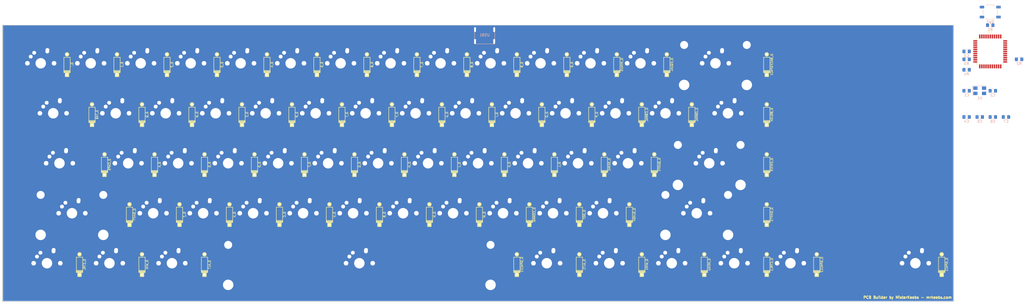
<source format=kicad_pcb>
(kicad_pcb (version 20221018) (generator pcbnew)
  (layers (0 "F.Cu" signal) (31 "B.Cu" signal) (34 "B.Paste" user) (35 "F.Paste" user) (36 "B.SilkS" user "B.Silkscreen") (37 "F.SilkS" user "F.Silkscreen") (38 "B.Mask" user) (39 "F.Mask" user) (44 "Edge.Cuts" user))
  (net 0 "")
  (net 1 "GND")
  (net 2 "VCC")
  (net 3 "/col0")
  (net 4 "/col1")
  (net 5 "/col2")
  (net 6 "/col3")
  (net 7 "/col4")
  (net 8 "/col5")
  (net 9 "/col6")
  (net 10 "/col7")
  (net 11 "/col8")
  (net 12 "/col9")
  (net 13 "/col10")
  (net 14 "/col11")
  (net 15 "/col12")
  (net 16 "/col13")
  (net 17 "/row0")
  (net 18 "/row1")
  (net 19 "/row2")
  (net 20 "/row3")
  (net 21 "/row4")
  (net 22 "Net-(D_`-Pad2)")
  (net 23 "Net-(D_1-Pad2)")
  (net 24 "Net-(D_2-Pad2)")
  (net 25 "Net-(D_3-Pad2)")
  (net 26 "Net-(D_4-Pad2)")
  (net 27 "Net-(D_5-Pad2)")
  (net 28 "Net-(D_6-Pad2)")
  (net 29 "Net-(D_7-Pad2)")
  (net 30 "Net-(D_8-Pad2)")
  (net 31 "Net-(D_9-Pad2)")
  (net 32 "Net-(D_0-Pad2)")
  (net 33 "Net-(D_MINUS-Pad2)")
  (net 34 "Net-(D_EQUAL-Pad2)")
  (net 35 "Net-(D_BACKSPACE-Pad2)")
  (net 36 "Net-(D_TAB-Pad2)")
  (net 37 "Net-(D_Q-Pad2)")
  (net 38 "Net-(D_W-Pad2)")
  (net 39 "Net-(D_E-Pad2)")
  (net 40 "Net-(D_R-Pad2)")
  (net 41 "Net-(D_T-Pad2)")
  (net 42 "Net-(D_Y-Pad2)")
  (net 43 "Net-(D_U-Pad2)")
  (net 44 "Net-(D_I-Pad2)")
  (net 45 "Net-(D_O-Pad2)")
  (net 46 "Net-(D_P-Pad2)")
  (net 47 "Net-(D_CBRAC-Pad2)")
  (net 48 "Net-(D_OBRAC-Pad2)")
  (net 49 "Net-(D_BSLSH-Pad2)")
  (net 50 "Net-(D_CAPS-Pad2)")
  (net 51 "Net-(D_A-Pad2)")
  (net 52 "Net-(D_S-Pad2)")
  (net 53 "Net-(D_D-Pad2)")
  (net 54 "Net-(D_F-Pad2)")
  (net 55 "Net-(D_G-Pad2)")
  (net 56 "Net-(D_H-Pad2)")
  (net 57 "Net-(D_J-Pad2)")
  (net 58 "Net-(D_K-Pad2)")
  (net 59 "Net-(D_L-Pad2)")
  (net 60 "Net-(D_SEMIC-Pad2)")
  (net 61 "Net-(D_QUOTE-Pad2)")
  (net 62 "Net-(D_ENTER-Pad2)")
  (net 63 "Net-(D_SHIFT-Pad2)")
  (net 64 "Net-(D_Z-Pad2)")
  (net 65 "Net-(D_X-Pad2)")
  (net 66 "Net-(D_C-Pad2)")
  (net 67 "Net-(D_V-Pad2)")
  (net 68 "Net-(D_B-Pad2)")
  (net 69 "Net-(D_N-Pad2)")
  (net 70 "Net-(D_M-Pad2)")
  (net 71 "Net-(D_COMMA-Pad2)")
  (net 72 "Net-(D_DOT-Pad2)")
  (net 73 "Net-(D_SLASH-Pad2)")
  (net 74 "Net-(D_SHIFT1-Pad2)")
  (net 75 "Net-(D_SPACE-Pad2)")
  (net 76 "Net-(D_CTRL-Pad2)")
  (net 77 "Net-(D_WIN-Pad2)")
  (net 78 "Net-(D_ALT-Pad2)")
  (net 79 "Net-(D_SPACE1-Pad2)")
  (net 80 "Net-(D_ALT1-Pad2)")
  (net 81 "Net-(D_WIN1-Pad2)")
  (net 82 "Net-(D_MENU-Pad2)")
  (net 83 "Net-(D_CTRL1-Pad2)")
  (net 84 "Net-(D_SPACE2-Pad2)")
  (net 85 "Net-(C1-Pad1)")
  (net 86 "Net-(C2-Pad1)")
  (net 87 "Net-(R1-Pad1)")
  (net 88 "Net-(R2-Pad1)")
  (net 89 "Net-(R3-Pad1)")
  (net 90 "Net-(R4-Pad1)")
  (net 91 "Net-(USB1-Pad2)")
  (net 92 "Net-(USB1-Pad3)")
  (net 93 "Net-(USB1-Pad4)")
  (net 94 "Net-(C3-Pad1)")
  (net 95 "Net-(U1-Pad1)")
  (net 96 "Net-(U1-Pad7)")
  (net 97 "Net-(U1-Pad9)")
  (net 98 "Net-(U1-Pad10)")
  (net 99 "Net-(U1-Pad11)")
  (net 100 "Net-(U1-Pad26)")
  (net 101 "Net-(U1-Pad34)")
  (net 102 "Net-(U1-Pad36)")
  (net 103 "Net-(U1-Pad42)")
  (net 104 "Net-(U1-Pad43)")
  (net 105 "Net-(U1-Pad44)")
  (footprint "MX_Alps_Hybrid:MX-1U-NoLED" (layer "F.Cu") (at 119.0625 47.625)
    (fp_text reference "K_G")
    (fp_text value "KEYSW")
  )
  (footprint "keyboard_parts:D_SOD123_axial" (layer "F.Cu") (at 200.525 29.075 90)
    (fp_text reference "D_O")
    (fp_text value "D" hide)
  )
  (footprint "keyboard_parts:D_SOD123_axial" (layer "F.Cu") (at 195.7625 67.175 90)
    (fp_text reference "D_COMMA")
    (fp_text value "D" hide)
  )
  (footprint "MX_Alps_Hybrid:MX-1U-NoLED" (layer "F.Cu") (at 80.9625 47.625)
    (fp_text reference "K_D")
    (fp_text value "KEYSW")
  )
  (footprint "MX_Alps_Hybrid:MX-1U-NoLED" (layer "F.Cu") (at 152.4 28.575)
    (fp_text reference "K_U")
    (fp_text value "KEYSW")
  )
  (footprint "MX_Alps_Hybrid:MX-1U-NoLED" (layer "F.Cu") (at 66.675 9.525)
    (fp_text reference "K_3")
    (fp_text value "KEYSW")
  )
  (footprint "MX_Alps_Hybrid:MX-1U-NoLED" (layer "F.Cu") (at 180.975 9.525)
    (fp_text reference "K_9")
    (fp_text value "KEYSW")
  )
  (footprint "MX_Alps_Hybrid:MX-1U-NoLED" (layer "F.Cu") (at 176.2125 47.625)
    (fp_text reference "K_K")
    (fp_text value "KEYSW")
  )
  (footprint "MX_Alps_Hybrid:MX-1U-NoLED" (layer "F.Cu") (at 104.775 9.525)
    (fp_text reference "K_5")
    (fp_text value "KEYSW")
  )
  (footprint "keyboard_parts:D_SOD123_axial" (layer "F.Cu") (at 19.55 10.025 90)
    (fp_text reference "D_`")
    (fp_text value "D" hide)
  )
  (footprint "keyboard_parts:D_SOD123_axial" (layer "F.Cu") (at 186.2375 48.125 90)
    (fp_text reference "D_K")
    (fp_text value "D" hide)
  )
  (footprint "MX_Alps_Hybrid:MX-1.25U-NoLED" (layer "F.Cu") (at 11.90625 85.725)
    (fp_text reference "K_CTRL")
    (fp_text value "KEYSW")
  )
  (footprint "keyboard_parts:D_SOD123_axial" (layer "F.Cu") (at 167.1875 48.125 90)
    (fp_text reference "D_J")
    (fp_text value "D" hide)
  )
  (footprint "keyboard_parts:D_SOD123_axial" (layer "F.Cu") (at 105.275 29.075 90)
    (fp_text reference "D_R")
    (fp_text value "D" hide)
  )
  (footprint "keyboard_parts:D_SOD123_axial" (layer "F.Cu") (at 119.5625 67.175 90)
    (fp_text reference "D_V")
    (fp_text value "D" hide)
  )
  (footprint "keyboard_parts:D_SOD123_axial" (layer "F.Cu") (at 38.6 10.025 90)
    (fp_text reference "D_1")
    (fp_text value "D" hide)
  )
  (footprint "keyboard_parts:D_SOD123_axial" (layer "F.Cu") (at 191 86.225 90)
    (fp_text reference "D_SPACE1")
    (fp_text value "D" hide)
  )
  (footprint "MX_Alps_Hybrid:MX-1U-NoLED" (layer "F.Cu") (at 109.5375 66.675)
    (fp_text reference "K_V")
    (fp_text value "KEYSW")
  )
  (footprint "MX_Alps_Hybrid:MX-1U-NoLED" (layer "F.Cu") (at 61.9125 47.625)
    (fp_text reference "K_S")
    (fp_text value "KEYSW")
  )
  (footprint "MX_Alps_Hybrid:MX-1.25U-NoLED" (layer "F.Cu") (at 250.03125 85.725)
    (fp_text reference "K_MENU")
    (fp_text value "KEYSW")
  )
  (footprint "MX_Alps_Hybrid:MX-1.75U-NoLED" (layer "F.Cu") (at 16.66875 47.625)
    (fp_text reference "K_CAPS")
    (fp_text value "KEYSW")
  )
  (footprint "MX_Alps_Hybrid:MX-1.5U-NoLED" (layer "F.Cu") (at 14.2875 28.575)
    (fp_text reference "K_TAB")
    (fp_text value "KEYSW")
  )
  (footprint "keyboard_parts:D_SOD123_axial" (layer "F.Cu") (at 286.25 29.075 90)
    (fp_text reference "D_BSLSH")
    (fp_text value "D" hide)
  )
  (footprint "keyboard_parts:D_SOD123_axial" (layer "F.Cu") (at 233.8625 67.175 90)
    (fp_text reference "D_SLASH")
    (fp_text value "D" hide)
  )
  (footprint "keyboard_parts:D_SOD123_axial" (layer "F.Cu") (at 29.075 29.075 90)
    (fp_text reference "D_TAB")
    (fp_text value "D" hide)
  )
  (footprint "keyboard_parts:D_SOD123_axial" (layer "F.Cu") (at 124.325 29.075 90)
    (fp_text reference "D_T")
    (fp_text value "D" hide)
  )
  (footprint "keyboard_parts:D_SOD123_axial" (layer "F.Cu") (at 214.8125 67.175 90)
    (fp_text reference "D_DOT")
    (fp_text value "D" hide)
  )
  (footprint "MX_Alps_Hybrid:MX-1U-NoLED" (layer "F.Cu") (at 142.875 9.525)
    (fp_text reference "K_7")
    (fp_text value "KEYSW")
  )
  (footprint "keyboard_parts:D_SOD123_axial" (layer "F.Cu") (at 81.4625 67.175 90)
    (fp_text reference "D_X")
    (fp_text value "D" hide)
  )
  (footprint "MX_Alps_Hybrid:MX-1U-NoLED" (layer "F.Cu") (at 223.8375 66.675)
    (fp_text reference "K_SLASH")
    (fp_text value "KEYSW")
  )
  (footprint "MX_Alps_Hybrid:MX-1.25U-NoLED" (layer "F.Cu") (at 35.71875 85.725)
    (fp_text reference "K_WIN")
    (fp_text value "KEYSW")
  )
  (footprint "keyboard_parts:D_SOD123_axial" (layer "F.Cu") (at 286.25 48.125 90)
    (fp_text reference "D_ENTER")
    (fp_text value "D" hide)
  )
  (footprint "MX_Alps_Hybrid:MX-1U-NoLED" (layer "F.Cu") (at 114.3 28.575)
    (fp_text reference "K_T")
    (fp_text value "KEYSW")
  )
  (footprint "keyboard_parts:D_SOD123_axial" (layer "F.Cu") (at 181.475 29.075 90)
    (fp_text reference "D_I")
    (fp_text value "D" hide)
  )
  (footprint "MX_Alps_Hybrid:MX-1.25U-NoLED" (layer "F.Cu") (at 226.21875 85.725)
    (fp_text reference "K_WIN1")
    (fp_text value "KEYSW")
  )
  (footprint "keyboard_parts:D_SOD123_axial" (layer "F.Cu") (at 262.4375 86.225 90)
    (fp_text reference "D_MENU")
    (fp_text value "D" hide)
  )
  (footprint "keyboard_parts:D_SOD123_axial" (layer "F.Cu") (at 205.2875 48.125 90)
    (fp_text reference "D_L")
    (fp_text value "D" hide)
  )
  (footprint "MX_Alps_Hybrid:MX-1U-NoLED" (layer "F.Cu") (at 214.3125 47.625)
    (fp_text reference "K_SEMIC")
    (fp_text value "KEYSW")
  )
  (footprint "keyboard_parts:D_SOD123_axial" (layer "F.Cu") (at 62.4125 67.175 90)
    (fp_text reference "D_Z")
    (fp_text value "D" hide)
  )
  (footprint "keyboard_parts:D_SOD123_axial" (layer "F.Cu") (at 214.8125 86.225 90)
    (fp_text reference "D_ALT1")
    (fp_text value "D" hide)
  )
  (footprint "keyboard_parts:D_SOD123_axial" (layer "F.Cu") (at 138.6125 67.175 90)
    (fp_text reference "D_B")
    (fp_text value "D" hide)
  )
  (footprint "MX_Alps_Hybrid:MX-1.25U-NoLED" (layer "F.Cu") (at 273.84375 85.725)
    (fp_text reference "K_CTRL1")
    (fp_text value "KEYSW")
  )
  (footprint "MX_Alps_Hybrid:MX-2.25U-NoLED" (layer "F.Cu") (at 264.31875 47.625)
    (fp_text reference "K_ENTER")
    (fp_text value "KEYSW")
  )
  (footprint "MX_Alps_Hybrid:MX-1U-NoLED" (layer "F.Cu") (at 57.15 28.575)
    (fp_text reference "K_W")
    (fp_text value "KEYSW")
  )
  (footprint "MX_Alps_Hybrid:MX-1U-NoLED" (layer "F.Cu") (at 90.4875 66.675)
    (fp_text reference "K_C")
    (fp_text value "KEYSW")
  )
  (footprint "keyboard_parts:D_SOD123_axial" (layer "F.Cu") (at 238.625 86.225 90)
    (fp_text reference "D_WIN1")
    (fp_text value "D" hide)
  )
  (footprint "keyboard_parts:D_SOD123_axial" (layer "F.Cu") (at 129.0875 48.125 90)
    (fp_text reference "D_G")
    (fp_text value "D" hide)
  )
  (footprint "MX_Alps_Hybrid:MX-1U-NoLED" (layer "F.Cu") (at 76.2 28.575)
    (fp_text reference "K_E")
    (fp_text value "KEYSW")
  )
  (footprint "MX_Alps_Hybrid:MX-1U-NoLED" (layer "F.Cu") (at 195.2625 47.625)
    (fp_text reference "K_L")
    (fp_text value "KEYSW")
  )
  (footprint "MX_Alps_Hybrid:MX-2.75U-NoLED" (layer "F.Cu") (at 259.55625 66.675)
    (fp_text reference "K_SHIFT1")
    (fp_text value "KEYSW")
  )
  (footprint "MX_Alps_Hybrid:MX-1U-NoLED" (layer "F.Cu") (at 95.25 28.575)
    (fp_text reference "K_R")
    (fp_text value "KEYSW")
  )
  (footprint "MX_Alps_Hybrid:MX-1U-NoLED" (layer "F.Cu") (at 228.6 28.575)
    (fp_text reference "K_CBRAC")
    (fp_text value "KEYSW")
  )
  (footprint "keyboard_parts:D_SOD123_axial" (layer "F.Cu") (at 24.3125 86.225 90)
    (fp_text reference "D_CTRL")
    (fp_text value "D" hide)
  )
  (footprint "MX_Alps_Hybrid:MX-1U-NoLED" (layer "F.Cu") (at 238.125 9.525)
    (fp_text reference "K_EQUAL")
    (fp_text value "KEYSW")
  )
  (footprint "keyboard_parts:D_SOD123_axial" (layer "F.Cu") (at 243.3875 48.125 90)
    (fp_text reference "D_QUOTE")
    (fp_text value "D" hide)
  )
  (footprint "MX_Alps_Hybrid:MX-1U-NoLED" (layer "F.Cu") (at 123.825 9.525)
    (fp_text reference "K_6")
    (fp_text value "KEYSW")
  )
  (footprint "MX_Alps_Hybrid:MX-1U-NoLED" (layer "F.Cu") (at 157.1625 47.625)
    (fp_text reference "K_J")
    (fp_text value "KEYSW")
  )
  (footprint "keyboard_parts:D_SOD123_axial" (layer "F.Cu") (at 48.125 86.225 90)
    (fp_text reference "D_WIN")
    (fp_text value "D" hide)
  )
  (footprint "keyboard_parts:D_SOD123_axial" (layer "F.Cu") (at 71.9375 48.125 90)
    (fp_text reference "D_S")
    (fp_text value "D" hide)
  )
  (footprint "MX_Alps_Hybrid:MX-1U-NoLED" (layer "F.Cu") (at 71.4375 66.675)
    (fp_text reference "K_X")
    (fp_text value "KEYSW")
  )
  (footprint "keyboard_parts:D_SOD123_axial" (layer "F.Cu") (at 305.3 86.225 90)
    (fp_text reference "D_SPACE2")
    (fp_text value "D" hide)
  )
  (footprint "MX_Alps_Hybrid:MX-1U-NoLED" (layer "F.Cu") (at 128.5875 66.675)
    (fp_text reference "K_B")
    (fp_text value "KEYSW")
  )
  (footprint "MX_Alps_Hybrid:MX-1U-NoLED" (layer "F.Cu") (at 161.925 9.525)
    (fp_text reference "K_8")
    (fp_text value "KEYSW")
  )
  (footprint "MX_Alps_Hybrid:MX-1U-NoLED" (layer "F.Cu") (at 247.65 28.575)
    (fp_text reference "K_OBRAC")
    (fp_text value "KEYSW")
  )
  (footprint "MX_Alps_Hybrid:MX-1U-NoLED" (layer "F.Cu") (at 190.5 28.575)
    (fp_text reference "K_O")
    (fp_text value "KEYSW")
  )
  (footprint "keyboard_parts:D_SOD123_axial" (layer "F.Cu") (at 238.625 29.075 90)
    (fp_text reference "D_CBRAC")
    (fp_text value "D" hide)
  )
  (footprint "MX_Alps_Hybrid:MX-1U-NoLED" (layer "F.Cu") (at 200.025 9.525)
    (fp_text reference "K_0")
    (fp_text value "KEYSW")
  )
  (footprint "keyboard_parts:D_SOD123_axial" (layer "F.Cu") (at 257.675 29.075 90)
    (fp_text reference "D_OBRAC")
    (fp_text value "D" hide)
  )
  (footprint "MX_Alps_Hybrid:MX-1U-NoLED" (layer "F.Cu") (at 100.0125 47.625)
    (fp_text reference "K_F")
    (fp_text value "KEYSW")
  )
  (footprint "keyboard_parts:D_SOD123_axial" (layer "F.Cu") (at 76.7 10.025 90)
    (fp_text reference "D_3")
    (fp_text value "D" hide)
  )
  (footprint "keyboard_parts:D_SOD123_axial" (layer "F.Cu") (at 52.8875 48.125 90)
    (fp_text reference "D_A")
    (fp_text value "D" hide)
  )
  (footprint "MX_Alps_Hybrid:MX-1U-NoLED" (layer "F.Cu") (at 219.075 9.525)
    (fp_text reference "K_MINUS")
    (fp_text value "KEYSW")
  )
  (footprint "keyboard_parts:D_SOD123_axial" (layer "F.Cu") (at 57.65 10.025 90)
    (fp_text reference "D_2")
    (fp_text value "D" hide)
  )
  (footprint "MX_Alps_Hybrid:MX-1U-NoLED" (layer "F.Cu") (at 204.7875 66.675)
    (fp_text reference "K_DOT")
    (fp_text value "KEYSW")
  )
  (footprint "MX_Alps_Hybrid:MX-1U-NoLED" (layer "F.Cu") (at 42.8625 47.625)
    (fp_text reference "K_A")
    (fp_text value "KEYSW")
  )
  (footprint "keyboard_parts:D_SOD123_axial" (layer "F.Cu") (at 210.05 10.025 90)
    (fp_text reference "D_0")
    (fp_text value "D" hide)
  )
  (footprint "Package_QFP:TQFP-44_10x10mm_P0.8mm" (layer "F.Cu") (at 371.425 5)
    (fp_text reference "U1")
    (fp_text value "ATMEGA32U4")
  )
  (footprint "keyboard_parts:D_SOD123_axial" (layer "F.Cu") (at 67.175 29.075 90)
    (fp_text reference "D_W")
    (fp_text value "D" hide)
  )
  (footprint "MX_Alps_Hybrid:MX-2U-NoLED" (layer "F.Cu") (at 266.7 9.525)
    (fp_text reference "K_BACKSPACE")
    (fp_text value "KEYSW")
  )
  (footprint "MX_Alps_Hybrid:MX-1U-NoLED" (layer "F.Cu") (at 38.1 28.575)
    (fp_text reference "K_Q")
    (fp_text value "KEYSW")
  )
  (footprint "MX_Alps_Hybrid:MX-1U-NoLED" (layer "F.Cu") (at 166.6875 66.675)
    (fp_text reference "K_M")
    (fp_text value "KEYSW")
  )
  (footprint "MX_Alps_Hybrid:MX-6.25U-NoLED" (layer "F.Cu") (at 130.96875 85.725)
    (fp_text reference "K_SPACE1")
    (fp_text value "KEYSW")
  )
  (footprint "keyboard_parts:D_SOD123_axial" (layer "F.Cu") (at 71.9375 86.225 90)
    (fp_text reference "D_ALT")
    (fp_text value "D" hide)
  )
  (footprint "keyboard_parts:D_SOD123_axial" (layer "F.Cu") (at 33.8375 48.125 90)
    (fp_text reference "D_CAPS")
    (fp_text value "D" hide)
  )
  (footprint "keyboard_parts:D_SOD123_axial" (layer "F.Cu") (at 90.9875 48.125 90)
    (fp_text reference "D_D")
    (fp_text value "D" hide)
  )
  (footprint "keyboard_parts:D_SOD123_axial" (layer "F.Cu") (at 171.95 10.025 90)
    (fp_text reference "D_8")
    (fp_text value "D" hide)
  )
  (footprint "keyboard_parts:D_SOD123_axial" (layer "F.Cu") (at 48.125 29.075 90)
    (fp_text reference "D_Q")
    (fp_text value "D" hide)
  )
  (footprint "MX_Alps_Hybrid:MX-1U-NoLED" (layer "F.Cu") (at 209.55 28.575)
    (fp_text reference "K_P")
    (fp_text value "KEYSW")
  )
  (footprint "keyboard_parts:D_SOD123_axial" (layer "F.Cu") (at 133.85 10.025 90)
    (fp_text reference "D_6")
    (fp_text value "D" hide)
  )
  (footprint "MX_Alps_Hybrid:MX-1.5U-NoLED" (layer "F.Cu") (at 271.4625 28.575)
    (fp_text reference "K_BSLSH")
    (fp_text value "KEYSW")
  )
  (footprint "keyboard_parts:D_SOD123_axial" (layer "F.Cu") (at 229.1 10.025 90)
    (fp_text reference "D_MINUS")
    (fp_text value "D" hide)
  )
  (footprint "keyboard_parts:D_SOD123_axial" (layer "F.Cu") (at 191 10.025 90)
    (fp_text reference "D_9")
    (fp_text value "D" hide)
  )
  (footprint "MX_Alps_Hybrid:MX-1U-NoLED" (layer "F.Cu") (at 28.575 9.525)
    (fp_text reference "K_1")
    (fp_text value "KEYSW")
  )
  (footprint "keyboard_parts:D_SOD123_axial" (layer "F.Cu") (at 86.225 29.075 90)
    (fp_text reference "D_E")
    (fp_text value "D" hide)
  )
  (footprint "keyboard_parts:D_SOD123_axial" (layer "F.Cu") (at 114.8 10.025 90)
    (fp_text reference "D_5")
    (fp_text value "D" hide)
  )
  (footprint "keyboard_parts:D_SOD123_axial" (layer "F.Cu") (at 157.6625 67.175 90)
    (fp_text reference "D_N")
    (fp_text value "D" hide)
  )
  (footprint "keyboard_parts:D_SOD123_axial" (layer "F.Cu") (at 43.3625 67.175 90)
    (fp_text reference "D_SHIFT")
    (fp_text value "D" hide)
  )
  (footprint "MX_Alps_Hybrid:MX-1U-NoLED" (layer "F.Cu") (at 147.6375 66.675)
    (fp_text reference "K_N")
    (fp_text value "KEYSW")
  )
  (footprint "keyboard_parts:D_SOD123_axial" (layer "F.Cu") (at 110.0375 48.125 90)
    (fp_text reference "D_F")
    (fp_text value "D" hide)
  )
  (footprint "MX_Alps_Hybrid:MX-1U-NoLED" (layer "F.Cu") (at 85.725 9.525)
    (fp_text reference "K_4")
    (fp_text value "KEYSW")
  )
  (footprint "MX_Alps_Hybrid:MX-1U-NoLED" (layer "F.Cu") (at 52.3875 66.675)
    (fp_text reference "K_Z")
    (fp_text value "KEYSW")
  )
  (footprint "keyboard_parts:D_SOD123_axial" (layer "F.Cu") (at 286.25 86.225 90)
    (fp_text reference "D_CTRL1")
    (fp_text value "D" hide)
  )
  (footprint "MX_Alps_Hybrid:MX-1U-NoLED" (layer "F.Cu") (at 342.9 85.725)
    (fp_text reference "K_SPACE")
    (fp_text value "KEYSW")
  )
  (footprint "keyboard_parts:D_SOD123_axial" (layer "F.Cu") (at 248.15 10.025 90)
    (fp_text reference "D_EQUAL")
    (fp_text value "D" hide)
  )
  (footprint "MX_Alps_Hybrid:MX-1U-NoLED" (layer "F.Cu") (at 295.275 85.725)
    (fp_text reference "K_SPACE2")
    (fp_text value "KEYSW")
  )
  (footprint "keyboard_parts:D_SOD123_axial" (layer "F.Cu") (at 162.425 29.075 90)
    (fp_text reference "D_U")
    (fp_text value "D" hide)
  )
  (footprint "MX_Alps_Hybrid:MX-1.25U-NoLED" (layer "F.Cu") (at 59.53125 85.725)
    (fp_text reference "K_ALT")
    (fp_text value "KEYSW")
  )
  (footprint "keyboard_parts:D_SOD123_axial" (layer "F.Cu") (at 143.375 29.075 90)
    (fp_text reference "D_Y")
    (fp_text value "D" hide)
  )
  (footprint "keyboard_parts:D_SOD123_axial" (layer "F.Cu") (at 152.9 10.025 90)
    (fp_text reference "D_7")
    (fp_text value "D" hide)
  )
  (footprint "MX_Alps_Hybrid:MX-1U-NoLED" (layer "F.Cu") (at 171.45 28.575)
    (fp_text reference "K_I")
    (fp_text value "KEYSW")
  )
  (footprint "keyboard_parts:D_SOD123_axial" (layer "F.Cu") (at 352.925 86.225 90)
    (fp_text reference "D_SPACE")
    (fp_text value "D" hide)
  )
  (footprint "keyboard_parts:D_SOD123_axial" (layer "F.Cu") (at 224.3375 48.125 90)
    (fp_text reference "D_SEMIC")
    (fp_text value "D" hide)
  )
  (footprint "MX_Alps_Hybrid:MX-1U-NoLED" (layer "F.Cu") (at 47.625 9.525)
    (fp_text reference "K_2")
    (fp_text value "KEYSW")
  )
  (footprint "keyboard_parts:D_SOD123_axial" (layer "F.Cu") (at 100.5125 67.175 90)
    (fp_text reference "D_C")
    (fp_text value "D" hide)
  )
  (footprint "MX_Alps_Hybrid:MX-2.25U-NoLED" (layer "F.Cu") (at 21.43125 66.675)
    (fp_text reference "K_SHIFT")
    (fp_text value "KEYSW")
  )
  (footprint "keyboard_parts:D_SOD123_axial" (layer "F.Cu") (at 286.25 10.025 90)
    (fp_text reference "D_BACKSPACE")
    (fp_text value "D" hide)
  )
  (footprint "keyboard_parts:D_SOD123_axial" (layer "F.Cu") (at 148.1375 48.125 90)
    (fp_text reference "D_H")
    (fp_text value "D" hide)
  )
  (footprint "MX_Alps_Hybrid:MX-1U-NoLED" (layer "F.Cu") (at 233.3625 47.625)
    (fp_text reference "K_QUOTE")
    (fp_text value "KEYSW")
  )
  (footprint "MX_Alps_Hybrid:MX-1.25U-NoLED" (layer "F.Cu") (at 202.40625 85.725)
    (fp_text reference "K_ALT1")
    (fp_text value "KEYSW")
  )
  (footprint "MX_Alps_Hybrid:MX-1U-NoLED" (layer "F.Cu") (at 138.1125 47.625)
    (fp_text reference "K_H")
    (fp_text value "KEYSW")
  )
  (footprint "MX_Alps_Hybrid:MX-1U-NoLED" (layer "F.Cu") (at 9.525 9.525)
    (fp_text reference "K_`")
    (fp_text value "KEYSW")
  )
  (footprint "keyboard_parts:D_SOD123_axial" (layer "F.Cu") (at 219.575 29.075 90)
    (fp_text reference "D_P")
    (fp_text value "D" hide)
  )
  (footprint "keyboard_parts:D_SOD123_axial" (layer "F.Cu") (at 286.25 67.175 90)
    (fp_text reference "D_SHIFT1")
    (fp_text value "D" hide)
  )
  (footprint "keyboard_parts:D_SOD123_axial" (layer "F.Cu") (at 176.7125 67.175 90)
    (fp_text reference "D_M")
    (fp_text value "D" hide)
  )
  (footprint "MX_Alps_Hybrid:MX-1U-NoLED" (layer "F.Cu") (at 185.7375 66.675)
    (fp_text reference "K_COMMA")
    (fp_text value "KEYSW")
  )
  (footprint "keyboard_parts:D_SOD123_axial" (layer "F.Cu") (at 95.75 10.025 90)
    (fp_text reference "D_4")
    (fp_text value "D" hide)
  )
  (footprint "MX_Alps_Hybrid:MX-1U-NoLED" (layer "F.Cu") (at 133.35 28.575)
    (fp_text reference "K_Y")
    (fp_text value "KEYSW")
  )
  (footprint "Capacitor_SMD:C_0805_2012Metric_Pad1.15x1.40mm_HandSolder" (layer "B.Cu") (at 362.425 5)
    (fp_text reference "C3")
    (fp_text value "22pF")
  )
  (footprint "Button_Switch_SMD:SW_SPST_TL3342" (layer "B.Cu") (at 371.425 -10)
    (fp_text reference "SW1")
    (fp_text value "SW_PUSH")
  )
  (footprint "Capacitor_SMD:C_0805_2012Metric_Pad1.15x1.40mm_HandSolder" (layer "B.Cu") (at 377.425 30)
    (fp_text reference "C7")
    (fp_text value "22pF")
  )
  (footprint "Capacitor_SMD:C_0805_2012Metric_Pad1.15x1.40mm_HandSolder" (layer "B.Cu") (at 372.425 30)
    (fp_text reference "C6")
    (fp_text value "22pF")
  )
  (footprint "Capacitor_SMD:C_0805_2012Metric_Pad1.15x1.40mm_HandSolder" (layer "B.Cu") (at 362.425 30)
    (fp_text reference "C4")
    (fp_text value "22pF")
  )
  (footprint "Capacitor_SMD:C_0805_2012Metric_Pad1.15x1.40mm_HandSolder" (layer "B.Cu") (at 367.425 30)
    (fp_text reference "C5")
    (fp_text value "22pF")
  )
  (footprint "keyboard_parts:Molex-0548190589-Assembly" (layer "B.Cu") (at 178.7125 -3.3 -90)
    (fp_text reference "USB1")
    (fp_text value "Molex-0548190589")
  )
  (footprint "Resistor_SMD:R_0805_2012Metric_Pad1.15x1.40mm_HandSolder" (layer "B.Cu") (at 362.425 8)
    (fp_text reference "R3")
    (fp_text value "22")
  )
  (footprint "Resistor_SMD:R_0805_2012Metric_Pad1.15x1.40mm_HandSolder" (layer "B.Cu") (at 371.425 -5)
    (fp_text reference "R1")
    (fp_text value "10k")
  )
  (footprint "Resistor_SMD:R_0805_2012Metric_Pad1.15x1.40mm_HandSolder" (layer "B.Cu") (at 362.425 12)
    (fp_text reference "R4")
    (fp_text value "22")
  )
  (footprint "Capacitor_SMD:C_0805_2012Metric_Pad1.15x1.40mm_HandSolder" (layer "B.Cu") (at 362.425 20)
    (fp_text reference "C1")
    (fp_text value "22pF")
  )
  (footprint "Resistor_SMD:R_0805_2012Metric_Pad1.15x1.40mm_HandSolder" (layer "B.Cu") (at 382.425 8)
    (fp_text reference "R2")
    (fp_text value "10k")
  )
  (footprint "Capacitor_SMD:C_0805_2012Metric_Pad1.15x1.40mm_HandSolder" (layer "B.Cu") (at 372.425 20)
    (fp_text reference "C2")
    (fp_text value "22pF")
  )
  (footprint "Crystal:Crystal_SMD_5032-4Pin_5.0x3.2mm" (layer "B.Cu") (at 367.425 20)
    (fp_text reference "X1")
    (fp_text value "XTAL_GND")
  )
  (gr_line (start -5 100.25) (end -5 -5) (stroke (width 0.2)) (layer "Edge.Cuts"))
  (gr_arc (start 357.425 100.25) (mid 357.425 100.25) (end 357.425 100.25) (stroke (width 0.2)) (layer "Edge.Cuts"))
  (gr_line (start 357.425 100.25) (end -5 100.25) (stroke (width 0.2)) (layer "Edge.Cuts"))
  (gr_line (start 357.425 -5) (end 357.425 100.25) (stroke (width 0.2)) (layer "Edge.Cuts"))
  (gr_arc (start 357.425 -5) (mid 357.425 -5) (end 357.425 -5) (stroke (width 0.2)) (layer "Edge.Cuts"))
  (gr_line (start -5 -5) (end 357.425 -5) (stroke (width 0.2)) (layer "Edge.Cuts"))
  (gr_arc (start -5 -5) (mid -5 -5) (end -5 -5) (stroke (width 0.2)) (layer "Edge.Cuts"))
  (gr_arc (start -5 100.25) (mid -5 100.25) (end -5 100.25) (stroke (width 0.2)) (layer "Edge.Cuts"))
  (gr_text "PCB Builder by MisterKeebs - mrkeebs.com" (at 356.925 98.75) (layer "F.SilkS") (effects (font (size 1 1) (thickness 0.3)) (justify right)))
  (zone (net 2) (net_name "VCC") (layer "F.Cu") (connect_pads yes (clearance 0.25)) (min_thickness 0.254) (fill yes (thermal_gap 0.508) (thermal_bridge_width 0.508))
    (polygon (pts (xy -6 -6) (xy -6 101.25) (xy 358.425 101.25) (xy 358.425 -6)))
  )
  (zone (net 1) (net_name "GND") (layer "B.Cu") (connect_pads yes (clearance 0.25)) (min_thickness 0.254) (fill yes (thermal_gap 0.508) (thermal_bridge_width 0.508))
    (polygon (pts (xy -6 -6) (xy -6 101.25) (xy 358.425 101.25) (xy 358.425 -6)))
  )
)
</source>
